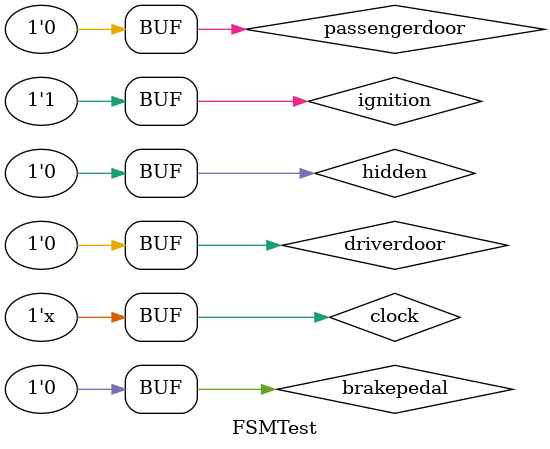
<source format=v>
`timescale 1ns / 1ps

module FSMTest;

	// Inputs
	reg clock;
	reg passengerdoor;
	reg driverdoor;
	reg ignition;
	reg hidden;
	reg brakepedal;
	reg timer_expired;


	// Outputs
	wire fuelpump;
	wire status;
	wire [31:0] siren;
	reg state;

	// Instantiate the Unit Under Test (UUT)
	FSM uut (
		.clock(clock), 
		.passengerdoor(passengerdoor), 
		.driverdoor(driverdoor), 
		.ignition(ignition), 
		.hidden(hidden), 
		.reset(reset),
		.brakepedal(brakepedal), 
		.fuelpump(fuelpump), 
		.status(status), 
		.siren(siren)
	);
	
	always begin
		#5 clock = ~clock;
	end

	initial begin
		// Initialize Inputs
		clock = 0;
		passengerdoor = 0;
		driverdoor = 0;
		ignition = 0;
		hidden = 0;
		brakepedal = 0;
		// Wait 100 ns for global reset to finish
		#100;
        
		// Add stimulus here
		ignition = 1;

	end
      
endmodule


</source>
